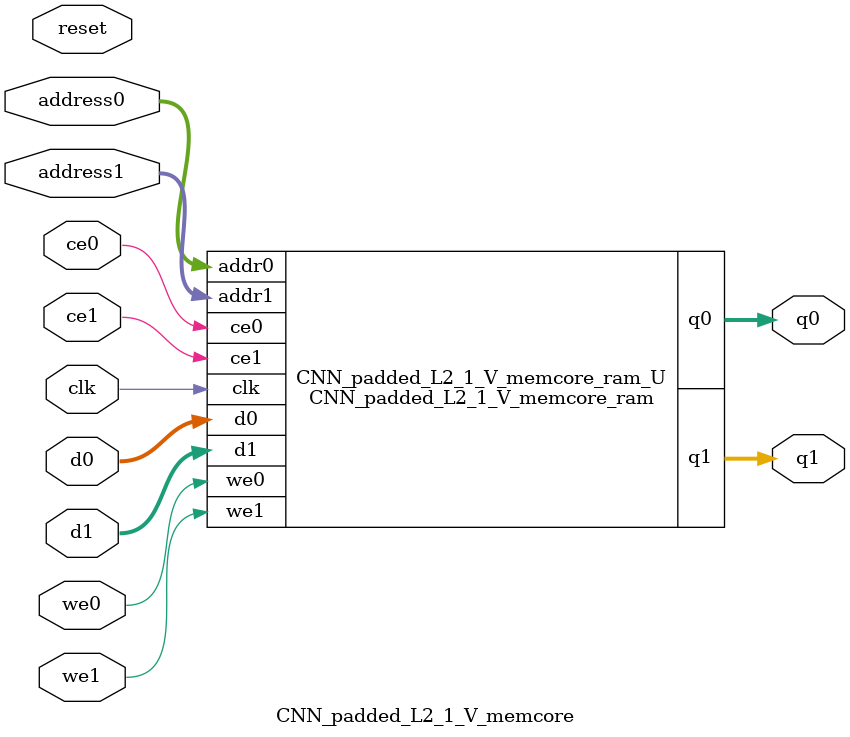
<source format=v>

`timescale 1 ns / 1 ps
module CNN_padded_L2_1_V_memcore_ram (addr0, ce0, d0, we0, q0, addr1, ce1, d1, we1, q1,  clk);

parameter DWIDTH = 25;
parameter AWIDTH = 4;
parameter MEM_SIZE = 16;

input[AWIDTH-1:0] addr0;
input ce0;
input[DWIDTH-1:0] d0;
input we0;
output reg[DWIDTH-1:0] q0;
input[AWIDTH-1:0] addr1;
input ce1;
input[DWIDTH-1:0] d1;
input we1;
output reg[DWIDTH-1:0] q1;
input clk;

(* ram_style = "block" *)reg [DWIDTH-1:0] ram[0:MEM_SIZE-1];




always @(posedge clk)  
begin 
    if (ce0) 
    begin
        if (we0) 
        begin 
            ram[addr0] <= d0; 
            q0 <= d0;
        end 
        else 
            q0 <= ram[addr0];
    end
end


always @(posedge clk)  
begin 
    if (ce1) 
    begin
        if (we1) 
        begin 
            ram[addr1] <= d1; 
            q1 <= d1;
        end 
        else 
            q1 <= ram[addr1];
    end
end


endmodule


`timescale 1 ns / 1 ps
module CNN_padded_L2_1_V_memcore(
    reset,
    clk,
    address0,
    ce0,
    we0,
    d0,
    q0,
    address1,
    ce1,
    we1,
    d1,
    q1);

parameter DataWidth = 32'd25;
parameter AddressRange = 32'd16;
parameter AddressWidth = 32'd4;
input reset;
input clk;
input[AddressWidth - 1:0] address0;
input ce0;
input we0;
input[DataWidth - 1:0] d0;
output[DataWidth - 1:0] q0;
input[AddressWidth - 1:0] address1;
input ce1;
input we1;
input[DataWidth - 1:0] d1;
output[DataWidth - 1:0] q1;



CNN_padded_L2_1_V_memcore_ram CNN_padded_L2_1_V_memcore_ram_U(
    .clk( clk ),
    .addr0( address0 ),
    .ce0( ce0 ),
    .we0( we0 ),
    .d0( d0 ),
    .q0( q0 ),
    .addr1( address1 ),
    .ce1( ce1 ),
    .we1( we1 ),
    .d1( d1 ),
    .q1( q1 ));

endmodule


</source>
